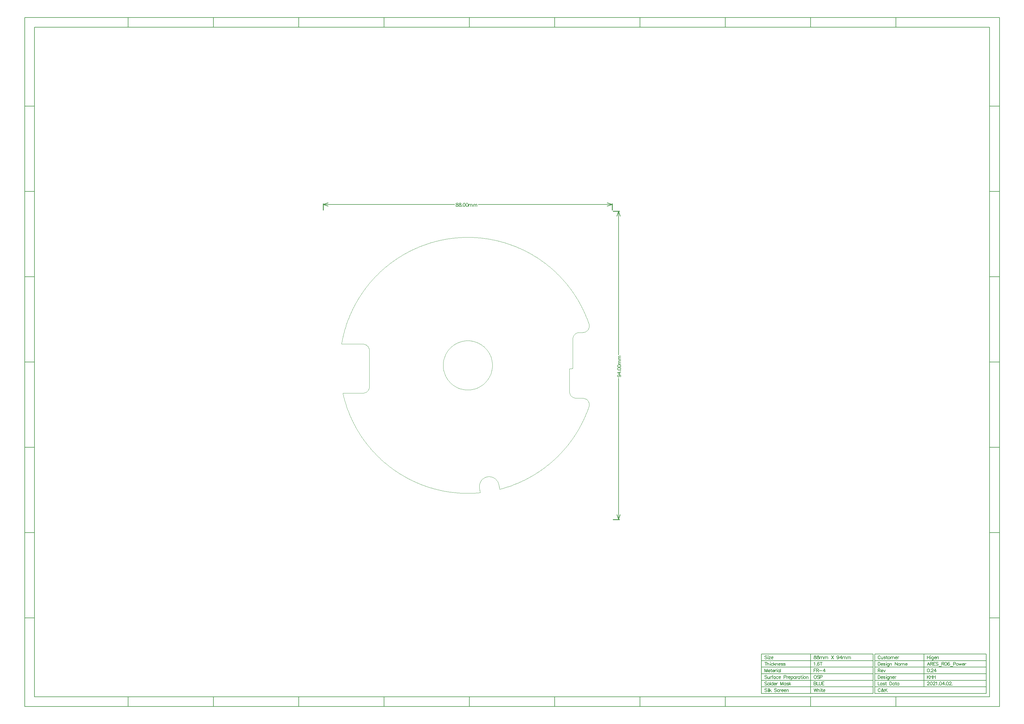
<source format=gm1>
G04 Layer_Color=16711935*
%FSLAX44Y44*%
%MOMM*%
G71*
G01*
G75*
%ADD53C,0.2540*%
%ADD54C,0.1270*%
%ADD55C,0.1500*%
%ADD135C,0.0100*%
D53*
X443040Y-470000D02*
X462540D01*
X443040Y470000D02*
X462540D01*
X440000Y473040D02*
Y492540D01*
X-440000Y473040D02*
Y492540D01*
D54*
X460000Y-470000D02*
Y-39545D01*
Y31925D02*
Y470000D01*
Y-470000D02*
X465080Y-454760D01*
X454920D02*
X460000Y-470000D01*
X454920Y454760D02*
X460000Y470000D01*
X465080Y454760D01*
X31925Y490000D02*
X440000D01*
X-440000D02*
X-39545D01*
X424760Y495080D02*
X440000Y490000D01*
X424760Y484920D02*
X440000Y490000D01*
X-440000D02*
X-424760Y484920D01*
X-440000Y490000D02*
X-424760Y495080D01*
X459577Y-29446D02*
X461028Y-29930D01*
X461996Y-30898D01*
X462479Y-32349D01*
Y-32832D01*
X461996Y-34283D01*
X461028Y-35251D01*
X459577Y-35735D01*
X459093D01*
X457642Y-35251D01*
X456675Y-34283D01*
X456191Y-32832D01*
Y-32349D01*
X456675Y-30898D01*
X457642Y-29930D01*
X459577Y-29446D01*
X461996D01*
X464414Y-29930D01*
X465865Y-30898D01*
X466349Y-32349D01*
Y-33316D01*
X465865Y-34767D01*
X464898Y-35251D01*
X456191Y-21852D02*
X462963Y-26689D01*
Y-19434D01*
X456191Y-21852D02*
X466349D01*
X465382Y-17160D02*
X465865Y-17644D01*
X466349Y-17160D01*
X465865Y-16677D01*
X465382Y-17160D01*
X456191Y-11549D02*
X456675Y-13000D01*
X458126Y-13968D01*
X460544Y-14452D01*
X461996D01*
X464414Y-13968D01*
X465865Y-13000D01*
X466349Y-11549D01*
Y-10582D01*
X465865Y-9131D01*
X464414Y-8163D01*
X461996Y-7680D01*
X460544D01*
X458126Y-8163D01*
X456675Y-9131D01*
X456191Y-10582D01*
Y-11549D01*
Y-2504D02*
X456675Y-3955D01*
X458126Y-4922D01*
X460544Y-5406D01*
X461996D01*
X464414Y-4922D01*
X465865Y-3955D01*
X466349Y-2504D01*
Y-1537D01*
X465865Y-86D01*
X464414Y882D01*
X461996Y1366D01*
X460544D01*
X458126Y882D01*
X456675Y-86D01*
X456191Y-1537D01*
Y-2504D01*
X459577Y3639D02*
X466349D01*
X461512D02*
X460061Y5090D01*
X459577Y6058D01*
Y7509D01*
X460061Y8476D01*
X461512Y8960D01*
X466349D01*
X461512D02*
X460061Y10411D01*
X459577Y11378D01*
Y12830D01*
X460061Y13797D01*
X461512Y14281D01*
X466349D01*
X459577Y17473D02*
X466349D01*
X461512D02*
X460061Y18924D01*
X459577Y19892D01*
Y21343D01*
X460061Y22310D01*
X461512Y22794D01*
X466349D01*
X461512D02*
X460061Y24245D01*
X459577Y25212D01*
Y26663D01*
X460061Y27631D01*
X461512Y28115D01*
X466349D01*
X-33316Y493809D02*
X-34767Y493325D01*
X-35251Y492358D01*
Y491390D01*
X-34767Y490423D01*
X-33800Y489939D01*
X-31865Y489456D01*
X-30414Y488972D01*
X-29446Y488004D01*
X-28963Y487037D01*
Y485586D01*
X-29446Y484618D01*
X-29930Y484135D01*
X-31381Y483651D01*
X-33316D01*
X-34767Y484135D01*
X-35251Y484618D01*
X-35735Y485586D01*
Y487037D01*
X-35251Y488004D01*
X-34283Y488972D01*
X-32832Y489456D01*
X-30898Y489939D01*
X-29930Y490423D01*
X-29446Y491390D01*
Y492358D01*
X-29930Y493325D01*
X-31381Y493809D01*
X-33316D01*
X-24271D02*
X-25722Y493325D01*
X-26206Y492358D01*
Y491390D01*
X-25722Y490423D01*
X-24755Y489939D01*
X-22820Y489456D01*
X-21369Y488972D01*
X-20401Y488004D01*
X-19917Y487037D01*
Y485586D01*
X-20401Y484618D01*
X-20885Y484135D01*
X-22336Y483651D01*
X-24271D01*
X-25722Y484135D01*
X-26206Y484618D01*
X-26689Y485586D01*
Y487037D01*
X-26206Y488004D01*
X-25238Y488972D01*
X-23787Y489456D01*
X-21852Y489939D01*
X-20885Y490423D01*
X-20401Y491390D01*
Y492358D01*
X-20885Y493325D01*
X-22336Y493809D01*
X-24271D01*
X-17160Y484618D02*
X-17644Y484135D01*
X-17160Y483651D01*
X-16677Y484135D01*
X-17160Y484618D01*
X-11549Y493809D02*
X-13000Y493325D01*
X-13968Y491874D01*
X-14452Y489456D01*
Y488004D01*
X-13968Y485586D01*
X-13000Y484135D01*
X-11549Y483651D01*
X-10582D01*
X-9131Y484135D01*
X-8163Y485586D01*
X-7680Y488004D01*
Y489456D01*
X-8163Y491874D01*
X-9131Y493325D01*
X-10582Y493809D01*
X-11549D01*
X-2504D02*
X-3955Y493325D01*
X-4922Y491874D01*
X-5406Y489456D01*
Y488004D01*
X-4922Y485586D01*
X-3955Y484135D01*
X-2504Y483651D01*
X-1537D01*
X-86Y484135D01*
X882Y485586D01*
X1366Y488004D01*
Y489456D01*
X882Y491874D01*
X-86Y493325D01*
X-1537Y493809D01*
X-2504D01*
X3639Y490423D02*
Y483651D01*
Y488488D02*
X5090Y489939D01*
X6058Y490423D01*
X7509D01*
X8476Y489939D01*
X8960Y488488D01*
Y483651D01*
Y488488D02*
X10411Y489939D01*
X11378Y490423D01*
X12830D01*
X13797Y489939D01*
X14281Y488488D01*
Y483651D01*
X17473Y490423D02*
Y483651D01*
Y488488D02*
X18924Y489939D01*
X19892Y490423D01*
X21343D01*
X22310Y489939D01*
X22794Y488488D01*
Y483651D01*
Y488488D02*
X24245Y489939D01*
X25212Y490423D01*
X26663D01*
X27631Y489939D01*
X28115Y488488D01*
Y483651D01*
D55*
X-1320000Y-1010000D02*
Y1030000D01*
X1590000D01*
Y-1010000D02*
Y1030000D01*
X-1320000Y-1010000D02*
X1590000D01*
X-1350000Y-1040000D02*
X1620000D01*
X-1350000Y1060000D02*
X1620000D01*
X-1350000Y-1040000D02*
Y1060000D01*
Y530000D02*
X-1320000D01*
X-1350000Y530000D02*
X-1320000D01*
X-1350000Y790000D02*
X-1320000D01*
X-1350000D02*
X-1320000D01*
X5000Y-1040000D02*
Y-1010000D01*
X5000Y-1040000D02*
Y-1010000D01*
X-775000Y1030000D02*
Y1060000D01*
X-515000Y1030000D02*
Y1060000D01*
X-775000Y1030000D02*
Y1060000D01*
X-1035000Y1030000D02*
Y1060000D01*
X-1035000Y1030000D02*
Y1060000D01*
X5000Y1030000D02*
Y1060000D01*
X5000Y1030000D02*
Y1060000D01*
X-255000Y1030000D02*
Y1060000D01*
Y1030000D02*
Y1060000D01*
X-515000Y1030000D02*
Y1060000D01*
X1620000Y-1040000D02*
Y1060000D01*
X1590000Y790000D02*
X1620000D01*
X1590000D02*
X1620000D01*
X1590000Y530000D02*
X1620000D01*
X1590000Y530000D02*
X1620000D01*
X1590000Y270000D02*
X1620000D01*
X1590000D02*
X1620000D01*
X1590000Y10000D02*
X1620000D01*
X1590000D02*
X1620000D01*
X1590000Y-250000D02*
X1620000D01*
X1590000D02*
X1620000D01*
X1590000Y-510000D02*
X1620000D01*
X1590000Y-510000D02*
X1620000D01*
X1590000Y-770000D02*
X1620000D01*
X1590000D02*
X1620000D01*
X265000Y-1040000D02*
Y-1010000D01*
Y-1040000D02*
Y-1010000D01*
X525000Y-1040000D02*
Y-1010000D01*
Y-1040000D02*
Y-1010000D01*
X785000Y-1040000D02*
Y-1010000D01*
Y-1040000D02*
Y-1010000D01*
X1045000Y-1040000D02*
Y-1010000D01*
X1045000Y-1040000D02*
Y-1010000D01*
X1305000Y-1040000D02*
Y-1010000D01*
Y-1040000D02*
Y-1010000D01*
Y1030000D02*
Y1060000D01*
Y1030000D02*
Y1060000D01*
X1045000Y1030000D02*
Y1060000D01*
X1045000Y1030000D02*
Y1060000D01*
X785000Y1030000D02*
Y1060000D01*
Y1030000D02*
Y1060000D01*
X525000Y1030000D02*
Y1060000D01*
Y1030000D02*
Y1060000D01*
X265000Y1030000D02*
Y1060000D01*
Y1030000D02*
Y1060000D01*
X1240000Y-900000D02*
X1580000D01*
X1240000Y-920000D02*
X1580000D01*
X1240000Y-940000D02*
X1580000D01*
X1240000Y-960000D02*
X1580000D01*
X1240000Y-980000D02*
X1580000D01*
X1240000Y-1000000D02*
X1580000D01*
X1390000Y-980000D02*
Y-880000D01*
X1580000Y-1000000D02*
Y-880000D01*
X1240000D02*
X1580000D01*
X1240000Y-1000000D02*
Y-880000D01*
X-1350000Y-770000D02*
X-1320000D01*
X-1350000D02*
X-1320000D01*
X-1350000Y-510000D02*
X-1320000D01*
X-1350000Y-510000D02*
X-1320000D01*
X-1350000Y-250000D02*
X-1320000D01*
X-1350000D02*
X-1320000D01*
X-1350000Y10000D02*
X-1320000D01*
X-1350000D02*
X-1320000D01*
X-1350000Y270000D02*
X-1320000D01*
X-1350000D02*
X-1320000D01*
X-515000Y-1040000D02*
Y-1010000D01*
X-255000Y-1040000D02*
Y-1010000D01*
Y-1040000D02*
Y-1010000D01*
X-1035000Y-1040000D02*
Y-1010000D01*
X-1035000Y-1040000D02*
Y-1010000D01*
X-775000Y-1040000D02*
Y-1010000D01*
X-515000Y-1040000D02*
Y-1010000D01*
X-775000Y-1040000D02*
Y-1010000D01*
X895000Y-900000D02*
X1235000D01*
X895000Y-920000D02*
X1235000D01*
X895000Y-940000D02*
X1235000D01*
X895000Y-960000D02*
X1235000D01*
X895000Y-980000D02*
X1235000D01*
X895000Y-1000000D02*
X1235000D01*
X1045000D02*
Y-880000D01*
X1235000Y-1000000D02*
Y-880000D01*
X895000D02*
X1235000D01*
X895000Y-1000000D02*
Y-880000D01*
X1257141Y-987383D02*
X1256665Y-986430D01*
X1255713Y-985478D01*
X1254761Y-985002D01*
X1252857D01*
X1251904Y-985478D01*
X1250952Y-986430D01*
X1250476Y-987383D01*
X1250000Y-988811D01*
Y-991191D01*
X1250476Y-992619D01*
X1250952Y-993572D01*
X1251904Y-994524D01*
X1252857Y-995000D01*
X1254761D01*
X1255713Y-994524D01*
X1256665Y-993572D01*
X1257141Y-992619D01*
X1268520Y-988811D02*
X1268044Y-989287D01*
X1268520Y-989763D01*
X1268996Y-989287D01*
Y-988811D01*
X1268520Y-988335D01*
X1268044D01*
X1267568Y-988811D01*
X1267092Y-989763D01*
X1266139Y-992143D01*
X1265187Y-993572D01*
X1264235Y-994524D01*
X1263283Y-995000D01*
X1261855D01*
X1260426Y-994524D01*
X1259950Y-993572D01*
Y-992143D01*
X1260426Y-991191D01*
X1263283Y-989287D01*
X1264235Y-988335D01*
X1264711Y-987383D01*
Y-986430D01*
X1264235Y-985478D01*
X1263283Y-985002D01*
X1262331Y-985478D01*
X1261855Y-986430D01*
Y-987383D01*
X1262331Y-988811D01*
X1263283Y-990239D01*
X1265663Y-993572D01*
X1266616Y-994524D01*
X1268044Y-995000D01*
X1268520D01*
X1268996Y-994524D01*
Y-994048D01*
X1261855Y-995000D02*
X1260902Y-994524D01*
X1260426Y-993572D01*
Y-992143D01*
X1260902Y-991191D01*
X1261855Y-990239D01*
Y-987383D02*
X1262331Y-988335D01*
X1266139Y-993572D01*
X1267092Y-994524D01*
X1268044Y-995000D01*
X1271472Y-985002D02*
Y-995000D01*
X1278137Y-985002D02*
X1271472Y-991667D01*
X1273852Y-989287D02*
X1278137Y-995000D01*
X1400476Y-967383D02*
Y-966907D01*
X1400952Y-965954D01*
X1401428Y-965478D01*
X1402380Y-965002D01*
X1404285D01*
X1405237Y-965478D01*
X1405713Y-965954D01*
X1406189Y-966907D01*
Y-967859D01*
X1405713Y-968811D01*
X1404761Y-970239D01*
X1400000Y-975000D01*
X1406665D01*
X1411759Y-965002D02*
X1410331Y-965478D01*
X1409379Y-966907D01*
X1408903Y-969287D01*
Y-970715D01*
X1409379Y-973096D01*
X1410331Y-974524D01*
X1411759Y-975000D01*
X1412712D01*
X1414140Y-974524D01*
X1415092Y-973096D01*
X1415568Y-970715D01*
Y-969287D01*
X1415092Y-966907D01*
X1414140Y-965478D01*
X1412712Y-965002D01*
X1411759D01*
X1418282Y-967383D02*
Y-966907D01*
X1418758Y-965954D01*
X1419234Y-965478D01*
X1420186Y-965002D01*
X1422090D01*
X1423043Y-965478D01*
X1423519Y-965954D01*
X1423995Y-966907D01*
Y-967859D01*
X1423519Y-968811D01*
X1422567Y-970239D01*
X1417806Y-975000D01*
X1424471D01*
X1426709Y-966907D02*
X1427661Y-966430D01*
X1429089Y-965002D01*
Y-975000D01*
X1434516Y-974048D02*
X1434040Y-974524D01*
X1434516Y-975000D01*
X1434993Y-974524D01*
X1434516Y-974048D01*
X1440039Y-965002D02*
X1438611Y-965478D01*
X1437659Y-966907D01*
X1437182Y-969287D01*
Y-970715D01*
X1437659Y-973096D01*
X1438611Y-974524D01*
X1440039Y-975000D01*
X1440991D01*
X1442419Y-974524D01*
X1443372Y-973096D01*
X1443848Y-970715D01*
Y-969287D01*
X1443372Y-966907D01*
X1442419Y-965478D01*
X1440991Y-965002D01*
X1440039D01*
X1450846D02*
X1446085Y-971667D01*
X1453227D01*
X1450846Y-965002D02*
Y-975000D01*
X1455464Y-974048D02*
X1454988Y-974524D01*
X1455464Y-975000D01*
X1455940Y-974524D01*
X1455464Y-974048D01*
X1460987Y-965002D02*
X1459559Y-965478D01*
X1458607Y-966907D01*
X1458130Y-969287D01*
Y-970715D01*
X1458607Y-973096D01*
X1459559Y-974524D01*
X1460987Y-975000D01*
X1461939D01*
X1463367Y-974524D01*
X1464319Y-973096D01*
X1464796Y-970715D01*
Y-969287D01*
X1464319Y-966907D01*
X1463367Y-965478D01*
X1461939Y-965002D01*
X1460987D01*
X1467509Y-967383D02*
Y-966907D01*
X1467985Y-965954D01*
X1468461Y-965478D01*
X1469414Y-965002D01*
X1471318D01*
X1472270Y-965478D01*
X1472746Y-965954D01*
X1473222Y-966907D01*
Y-967859D01*
X1472746Y-968811D01*
X1471794Y-970239D01*
X1467033Y-975000D01*
X1473698D01*
X1476412Y-974048D02*
X1475936Y-974524D01*
X1476412Y-975000D01*
X1476888Y-974524D01*
X1476412Y-974048D01*
X1400000Y-945002D02*
Y-955000D01*
X1406665Y-945002D02*
X1400000Y-951667D01*
X1402380Y-949287D02*
X1406665Y-955000D01*
X1408903Y-945002D02*
Y-955000D01*
X1415568Y-945002D02*
Y-955000D01*
X1408903Y-949763D02*
X1415568D01*
X1418329Y-945002D02*
Y-955000D01*
X1424995Y-945002D02*
Y-955000D01*
X1418329Y-949763D02*
X1424995D01*
X1402856Y-925002D02*
X1401428Y-925478D01*
X1400476Y-926907D01*
X1400000Y-929287D01*
Y-930715D01*
X1400476Y-933096D01*
X1401428Y-934524D01*
X1402856Y-935000D01*
X1403809D01*
X1405237Y-934524D01*
X1406189Y-933096D01*
X1406665Y-930715D01*
Y-929287D01*
X1406189Y-926907D01*
X1405237Y-925478D01*
X1403809Y-925002D01*
X1402856D01*
X1409379Y-934048D02*
X1408903Y-934524D01*
X1409379Y-935000D01*
X1409855Y-934524D01*
X1409379Y-934048D01*
X1412521Y-927383D02*
Y-926907D01*
X1412997Y-925954D01*
X1413473Y-925478D01*
X1414426Y-925002D01*
X1416330D01*
X1417282Y-925478D01*
X1417758Y-925954D01*
X1418234Y-926907D01*
Y-927859D01*
X1417758Y-928811D01*
X1416806Y-930239D01*
X1412045Y-935000D01*
X1418710D01*
X1425709Y-925002D02*
X1420948Y-931667D01*
X1428089D01*
X1425709Y-925002D02*
Y-935000D01*
X1407617Y-915000D02*
X1403809Y-905002D01*
X1400000Y-915000D01*
X1401428Y-911667D02*
X1406189D01*
X1409950Y-905002D02*
Y-915000D01*
Y-905002D02*
X1414235D01*
X1415663Y-905478D01*
X1416139Y-905954D01*
X1416615Y-906907D01*
Y-907859D01*
X1416139Y-908811D01*
X1415663Y-909287D01*
X1414235Y-909763D01*
X1409950D01*
X1413283D02*
X1416615Y-915000D01*
X1425042Y-905002D02*
X1418853D01*
Y-915000D01*
X1425042D01*
X1418853Y-909763D02*
X1422662D01*
X1433374Y-906430D02*
X1432422Y-905478D01*
X1430993Y-905002D01*
X1429089D01*
X1427661Y-905478D01*
X1426709Y-906430D01*
Y-907383D01*
X1427185Y-908335D01*
X1427661Y-908811D01*
X1428613Y-909287D01*
X1431470Y-910239D01*
X1432422Y-910715D01*
X1432898Y-911191D01*
X1433374Y-912143D01*
Y-913572D01*
X1432422Y-914524D01*
X1430993Y-915000D01*
X1429089D01*
X1427661Y-914524D01*
X1426709Y-913572D01*
X1435611Y-918333D02*
X1443229D01*
X1444514Y-905002D02*
Y-915000D01*
Y-905002D02*
X1448799D01*
X1450227Y-905478D01*
X1450703Y-905954D01*
X1451180Y-906907D01*
Y-907859D01*
X1450703Y-908811D01*
X1450227Y-909287D01*
X1448799Y-909763D01*
X1444514D01*
X1447847D02*
X1451180Y-915000D01*
X1456274Y-905002D02*
X1454845Y-905478D01*
X1453893Y-906907D01*
X1453417Y-909287D01*
Y-910715D01*
X1453893Y-913096D01*
X1454845Y-914524D01*
X1456274Y-915000D01*
X1457226D01*
X1458654Y-914524D01*
X1459606Y-913096D01*
X1460082Y-910715D01*
Y-909287D01*
X1459606Y-906907D01*
X1458654Y-905478D01*
X1457226Y-905002D01*
X1456274D01*
X1468033Y-906430D02*
X1467557Y-905478D01*
X1466129Y-905002D01*
X1465177D01*
X1463748Y-905478D01*
X1462796Y-906907D01*
X1462320Y-909287D01*
Y-911667D01*
X1462796Y-913572D01*
X1463748Y-914524D01*
X1465177Y-915000D01*
X1465653D01*
X1467081Y-914524D01*
X1468033Y-913572D01*
X1468509Y-912143D01*
Y-911667D01*
X1468033Y-910239D01*
X1467081Y-909287D01*
X1465653Y-908811D01*
X1465177D01*
X1463748Y-909287D01*
X1462796Y-910239D01*
X1462320Y-911667D01*
X1470699Y-918333D02*
X1478316D01*
X1479602Y-910239D02*
X1483887D01*
X1485315Y-909763D01*
X1485791Y-909287D01*
X1486267Y-908335D01*
Y-906907D01*
X1485791Y-905954D01*
X1485315Y-905478D01*
X1483887Y-905002D01*
X1479602D01*
Y-915000D01*
X1490885Y-908335D02*
X1489933Y-908811D01*
X1488981Y-909763D01*
X1488505Y-911191D01*
Y-912143D01*
X1488981Y-913572D01*
X1489933Y-914524D01*
X1490885Y-915000D01*
X1492314D01*
X1493266Y-914524D01*
X1494218Y-913572D01*
X1494694Y-912143D01*
Y-911191D01*
X1494218Y-909763D01*
X1493266Y-908811D01*
X1492314Y-908335D01*
X1490885D01*
X1496884D02*
X1498788Y-915000D01*
X1500693Y-908335D02*
X1498788Y-915000D01*
X1500693Y-908335D02*
X1502597Y-915000D01*
X1504501Y-908335D02*
X1502597Y-915000D01*
X1506834Y-911191D02*
X1512547D01*
Y-910239D01*
X1512071Y-909287D01*
X1511595Y-908811D01*
X1510643Y-908335D01*
X1509215D01*
X1508262Y-908811D01*
X1507310Y-909763D01*
X1506834Y-911191D01*
Y-912143D01*
X1507310Y-913572D01*
X1508262Y-914524D01*
X1509215Y-915000D01*
X1510643D01*
X1511595Y-914524D01*
X1512547Y-913572D01*
X1514690Y-908335D02*
Y-915000D01*
Y-911191D02*
X1515166Y-909763D01*
X1516118Y-908811D01*
X1517070Y-908335D01*
X1518498D01*
X1400000Y-885002D02*
Y-895000D01*
X1406665Y-885002D02*
Y-895000D01*
X1400000Y-889763D02*
X1406665D01*
X1410379Y-885002D02*
X1410855Y-885478D01*
X1411331Y-885002D01*
X1410855Y-884526D01*
X1410379Y-885002D01*
X1410855Y-888335D02*
Y-895000D01*
X1418806Y-888335D02*
Y-895952D01*
X1418329Y-897380D01*
X1417853Y-897857D01*
X1416901Y-898333D01*
X1415473D01*
X1414521Y-897857D01*
X1418806Y-889763D02*
X1417853Y-888811D01*
X1416901Y-888335D01*
X1415473D01*
X1414521Y-888811D01*
X1413569Y-889763D01*
X1413092Y-891191D01*
Y-892143D01*
X1413569Y-893572D01*
X1414521Y-894524D01*
X1415473Y-895000D01*
X1416901D01*
X1417853Y-894524D01*
X1418806Y-893572D01*
X1421472Y-891191D02*
X1427185D01*
Y-890239D01*
X1426709Y-889287D01*
X1426232Y-888811D01*
X1425280Y-888335D01*
X1423852D01*
X1422900Y-888811D01*
X1421948Y-889763D01*
X1421472Y-891191D01*
Y-892143D01*
X1421948Y-893572D01*
X1422900Y-894524D01*
X1423852Y-895000D01*
X1425280D01*
X1426232Y-894524D01*
X1427185Y-893572D01*
X1429327Y-888335D02*
Y-895000D01*
Y-890239D02*
X1430755Y-888811D01*
X1431707Y-888335D01*
X1433136D01*
X1434088Y-888811D01*
X1434564Y-890239D01*
Y-895000D01*
X1250000Y-965002D02*
Y-975000D01*
X1255713D01*
X1262521Y-968335D02*
Y-975000D01*
Y-969763D02*
X1261569Y-968811D01*
X1260617Y-968335D01*
X1259189D01*
X1258236Y-968811D01*
X1257284Y-969763D01*
X1256808Y-971191D01*
Y-972143D01*
X1257284Y-973572D01*
X1258236Y-974524D01*
X1259189Y-975000D01*
X1260617D01*
X1261569Y-974524D01*
X1262521Y-973572D01*
X1270424Y-969763D02*
X1269948Y-968811D01*
X1268520Y-968335D01*
X1267092D01*
X1265663Y-968811D01*
X1265187Y-969763D01*
X1265663Y-970715D01*
X1266616Y-971191D01*
X1268996Y-971667D01*
X1269948Y-972143D01*
X1270424Y-973096D01*
Y-973572D01*
X1269948Y-974524D01*
X1268520Y-975000D01*
X1267092D01*
X1265663Y-974524D01*
X1265187Y-973572D01*
X1273947Y-965002D02*
Y-973096D01*
X1274423Y-974524D01*
X1275376Y-975000D01*
X1276328D01*
X1272519Y-968335D02*
X1275852D01*
X1285611Y-965002D02*
Y-975000D01*
Y-965002D02*
X1288944D01*
X1290372Y-965478D01*
X1291324Y-966430D01*
X1291801Y-967383D01*
X1292277Y-968811D01*
Y-971191D01*
X1291801Y-972619D01*
X1291324Y-973572D01*
X1290372Y-974524D01*
X1288944Y-975000D01*
X1285611D01*
X1300227Y-968335D02*
Y-975000D01*
Y-969763D02*
X1299275Y-968811D01*
X1298323Y-968335D01*
X1296895D01*
X1295943Y-968811D01*
X1294990Y-969763D01*
X1294514Y-971191D01*
Y-972143D01*
X1294990Y-973572D01*
X1295943Y-974524D01*
X1296895Y-975000D01*
X1298323D01*
X1299275Y-974524D01*
X1300227Y-973572D01*
X1304322Y-965002D02*
Y-973096D01*
X1304798Y-974524D01*
X1305750Y-975000D01*
X1306702D01*
X1302893Y-968335D02*
X1306226D01*
X1313843D02*
Y-975000D01*
Y-969763D02*
X1312891Y-968811D01*
X1311939Y-968335D01*
X1310511D01*
X1309559Y-968811D01*
X1308607Y-969763D01*
X1308130Y-971191D01*
Y-972143D01*
X1308607Y-973572D01*
X1309559Y-974524D01*
X1310511Y-975000D01*
X1311939D01*
X1312891Y-974524D01*
X1313843Y-973572D01*
X1250000Y-945002D02*
Y-955000D01*
Y-945002D02*
X1253333D01*
X1254761Y-945478D01*
X1255713Y-946430D01*
X1256189Y-947383D01*
X1256665Y-948811D01*
Y-951191D01*
X1256189Y-952619D01*
X1255713Y-953572D01*
X1254761Y-954524D01*
X1253333Y-955000D01*
X1250000D01*
X1258903Y-951191D02*
X1264616D01*
Y-950239D01*
X1264140Y-949287D01*
X1263664Y-948811D01*
X1262711Y-948335D01*
X1261283D01*
X1260331Y-948811D01*
X1259379Y-949763D01*
X1258903Y-951191D01*
Y-952143D01*
X1259379Y-953572D01*
X1260331Y-954524D01*
X1261283Y-955000D01*
X1262711D01*
X1263664Y-954524D01*
X1264616Y-953572D01*
X1271995Y-949763D02*
X1271519Y-948811D01*
X1270091Y-948335D01*
X1268663D01*
X1267234Y-948811D01*
X1266758Y-949763D01*
X1267234Y-950715D01*
X1268187Y-951191D01*
X1270567Y-951667D01*
X1271519Y-952143D01*
X1271995Y-953096D01*
Y-953572D01*
X1271519Y-954524D01*
X1270091Y-955000D01*
X1268663D01*
X1267234Y-954524D01*
X1266758Y-953572D01*
X1275042Y-945002D02*
X1275518Y-945478D01*
X1275994Y-945002D01*
X1275518Y-944526D01*
X1275042Y-945002D01*
X1275518Y-948335D02*
Y-955000D01*
X1283469Y-948335D02*
Y-955952D01*
X1282993Y-957380D01*
X1282517Y-957857D01*
X1281565Y-958333D01*
X1280136D01*
X1279184Y-957857D01*
X1283469Y-949763D02*
X1282517Y-948811D01*
X1281565Y-948335D01*
X1280136D01*
X1279184Y-948811D01*
X1278232Y-949763D01*
X1277756Y-951191D01*
Y-952143D01*
X1278232Y-953572D01*
X1279184Y-954524D01*
X1280136Y-955000D01*
X1281565D01*
X1282517Y-954524D01*
X1283469Y-953572D01*
X1286135Y-948335D02*
Y-955000D01*
Y-950239D02*
X1287563Y-948811D01*
X1288515Y-948335D01*
X1289944D01*
X1290896Y-948811D01*
X1291372Y-950239D01*
Y-955000D01*
X1293991Y-951191D02*
X1299704D01*
Y-950239D01*
X1299227Y-949287D01*
X1298752Y-948811D01*
X1297799Y-948335D01*
X1296371D01*
X1295419Y-948811D01*
X1294467Y-949763D01*
X1293991Y-951191D01*
Y-952143D01*
X1294467Y-953572D01*
X1295419Y-954524D01*
X1296371Y-955000D01*
X1297799D01*
X1298752Y-954524D01*
X1299704Y-953572D01*
X1301846Y-948335D02*
Y-955000D01*
Y-951191D02*
X1302322Y-949763D01*
X1303274Y-948811D01*
X1304226Y-948335D01*
X1305655D01*
X1250000Y-925002D02*
Y-935000D01*
Y-925002D02*
X1254285D01*
X1255713Y-925478D01*
X1256189Y-925954D01*
X1256665Y-926907D01*
Y-927859D01*
X1256189Y-928811D01*
X1255713Y-929287D01*
X1254285Y-929763D01*
X1250000D01*
X1253333D02*
X1256665Y-935000D01*
X1258903Y-931191D02*
X1264616D01*
Y-930239D01*
X1264140Y-929287D01*
X1263664Y-928811D01*
X1262711Y-928335D01*
X1261283D01*
X1260331Y-928811D01*
X1259379Y-929763D01*
X1258903Y-931191D01*
Y-932143D01*
X1259379Y-933572D01*
X1260331Y-934524D01*
X1261283Y-935000D01*
X1262711D01*
X1263664Y-934524D01*
X1264616Y-933572D01*
X1266758Y-928335D02*
X1269615Y-935000D01*
X1272471Y-928335D02*
X1269615Y-935000D01*
X1250000Y-905002D02*
Y-915000D01*
Y-905002D02*
X1253333D01*
X1254761Y-905478D01*
X1255713Y-906430D01*
X1256189Y-907383D01*
X1256665Y-908811D01*
Y-911191D01*
X1256189Y-912619D01*
X1255713Y-913572D01*
X1254761Y-914524D01*
X1253333Y-915000D01*
X1250000D01*
X1258903Y-911191D02*
X1264616D01*
Y-910239D01*
X1264140Y-909287D01*
X1263664Y-908811D01*
X1262711Y-908335D01*
X1261283D01*
X1260331Y-908811D01*
X1259379Y-909763D01*
X1258903Y-911191D01*
Y-912143D01*
X1259379Y-913572D01*
X1260331Y-914524D01*
X1261283Y-915000D01*
X1262711D01*
X1263664Y-914524D01*
X1264616Y-913572D01*
X1271995Y-909763D02*
X1271519Y-908811D01*
X1270091Y-908335D01*
X1268663D01*
X1267234Y-908811D01*
X1266758Y-909763D01*
X1267234Y-910715D01*
X1268187Y-911191D01*
X1270567Y-911667D01*
X1271519Y-912143D01*
X1271995Y-913096D01*
Y-913572D01*
X1271519Y-914524D01*
X1270091Y-915000D01*
X1268663D01*
X1267234Y-914524D01*
X1266758Y-913572D01*
X1275042Y-905002D02*
X1275518Y-905478D01*
X1275994Y-905002D01*
X1275518Y-904526D01*
X1275042Y-905002D01*
X1275518Y-908335D02*
Y-915000D01*
X1283469Y-908335D02*
Y-915952D01*
X1282993Y-917380D01*
X1282517Y-917857D01*
X1281565Y-918333D01*
X1280136D01*
X1279184Y-917857D01*
X1283469Y-909763D02*
X1282517Y-908811D01*
X1281565Y-908335D01*
X1280136D01*
X1279184Y-908811D01*
X1278232Y-909763D01*
X1277756Y-911191D01*
Y-912143D01*
X1278232Y-913572D01*
X1279184Y-914524D01*
X1280136Y-915000D01*
X1281565D01*
X1282517Y-914524D01*
X1283469Y-913572D01*
X1286135Y-908335D02*
Y-915000D01*
Y-910239D02*
X1287563Y-908811D01*
X1288515Y-908335D01*
X1289944D01*
X1290896Y-908811D01*
X1291372Y-910239D01*
Y-915000D01*
X1301846Y-905002D02*
Y-915000D01*
Y-905002D02*
X1308511Y-915000D01*
Y-905002D02*
Y-915000D01*
X1316986Y-908335D02*
Y-915000D01*
Y-909763D02*
X1316033Y-908811D01*
X1315081Y-908335D01*
X1313653D01*
X1312701Y-908811D01*
X1311749Y-909763D01*
X1311273Y-911191D01*
Y-912143D01*
X1311749Y-913572D01*
X1312701Y-914524D01*
X1313653Y-915000D01*
X1315081D01*
X1316033Y-914524D01*
X1316986Y-913572D01*
X1319652Y-908335D02*
Y-915000D01*
Y-910239D02*
X1321080Y-908811D01*
X1322032Y-908335D01*
X1323460D01*
X1324413Y-908811D01*
X1324889Y-910239D01*
Y-915000D01*
Y-910239D02*
X1326317Y-908811D01*
X1327269Y-908335D01*
X1328697D01*
X1329650Y-908811D01*
X1330126Y-910239D01*
Y-915000D01*
X1333268Y-911191D02*
X1338981D01*
Y-910239D01*
X1338505Y-909287D01*
X1338029Y-908811D01*
X1337077Y-908335D01*
X1335648D01*
X1334696Y-908811D01*
X1333744Y-909763D01*
X1333268Y-911191D01*
Y-912143D01*
X1333744Y-913572D01*
X1334696Y-914524D01*
X1335648Y-915000D01*
X1337077D01*
X1338029Y-914524D01*
X1338981Y-913572D01*
X1257141Y-887383D02*
X1256665Y-886430D01*
X1255713Y-885478D01*
X1254761Y-885002D01*
X1252857D01*
X1251904Y-885478D01*
X1250952Y-886430D01*
X1250476Y-887383D01*
X1250000Y-888811D01*
Y-891191D01*
X1250476Y-892620D01*
X1250952Y-893572D01*
X1251904Y-894524D01*
X1252857Y-895000D01*
X1254761D01*
X1255713Y-894524D01*
X1256665Y-893572D01*
X1257141Y-892620D01*
X1259950Y-888335D02*
Y-893096D01*
X1260426Y-894524D01*
X1261378Y-895000D01*
X1262807D01*
X1263759Y-894524D01*
X1265187Y-893096D01*
Y-888335D02*
Y-895000D01*
X1273043Y-889763D02*
X1272567Y-888811D01*
X1271138Y-888335D01*
X1269710D01*
X1268282Y-888811D01*
X1267806Y-889763D01*
X1268282Y-890715D01*
X1269234Y-891191D01*
X1271614Y-891667D01*
X1272567Y-892143D01*
X1273043Y-893096D01*
Y-893572D01*
X1272567Y-894524D01*
X1271138Y-895000D01*
X1269710D01*
X1268282Y-894524D01*
X1267806Y-893572D01*
X1276566Y-885002D02*
Y-893096D01*
X1277042Y-894524D01*
X1277994Y-895000D01*
X1278946D01*
X1275137Y-888335D02*
X1278470D01*
X1282755D02*
X1281803Y-888811D01*
X1280851Y-889763D01*
X1280374Y-891191D01*
Y-892143D01*
X1280851Y-893572D01*
X1281803Y-894524D01*
X1282755Y-895000D01*
X1284183D01*
X1285135Y-894524D01*
X1286087Y-893572D01*
X1286564Y-892143D01*
Y-891191D01*
X1286087Y-889763D01*
X1285135Y-888811D01*
X1284183Y-888335D01*
X1282755D01*
X1288754D02*
Y-895000D01*
Y-890239D02*
X1290182Y-888811D01*
X1291134Y-888335D01*
X1292562D01*
X1293515Y-888811D01*
X1293991Y-890239D01*
Y-895000D01*
Y-890239D02*
X1295419Y-888811D01*
X1296371Y-888335D01*
X1297799D01*
X1298752Y-888811D01*
X1299227Y-890239D01*
Y-895000D01*
X1302370Y-891191D02*
X1308083D01*
Y-890239D01*
X1307607Y-889287D01*
X1307131Y-888811D01*
X1306178Y-888335D01*
X1304750D01*
X1303798Y-888811D01*
X1302846Y-889763D01*
X1302370Y-891191D01*
Y-892143D01*
X1302846Y-893572D01*
X1303798Y-894524D01*
X1304750Y-895000D01*
X1306178D01*
X1307131Y-894524D01*
X1308083Y-893572D01*
X1310225Y-888335D02*
Y-895000D01*
Y-891191D02*
X1310701Y-889763D01*
X1311653Y-888811D01*
X1312606Y-888335D01*
X1314034D01*
X1055000Y-985002D02*
X1057380Y-995000D01*
X1059761Y-985002D02*
X1057380Y-995000D01*
X1059761Y-985002D02*
X1062141Y-995000D01*
X1064522Y-985002D02*
X1062141Y-995000D01*
X1066521Y-985002D02*
Y-995000D01*
Y-990239D02*
X1067950Y-988811D01*
X1068902Y-988335D01*
X1070330D01*
X1071282Y-988811D01*
X1071758Y-990239D01*
Y-995000D01*
X1075329Y-985002D02*
X1075805Y-985478D01*
X1076281Y-985002D01*
X1075805Y-984526D01*
X1075329Y-985002D01*
X1075805Y-988335D02*
Y-995000D01*
X1079471Y-985002D02*
Y-993096D01*
X1079947Y-994524D01*
X1080899Y-995000D01*
X1081851D01*
X1078043Y-988335D02*
X1081375D01*
X1083280Y-991191D02*
X1088993D01*
Y-990239D01*
X1088517Y-989287D01*
X1088040Y-988811D01*
X1087088Y-988335D01*
X1085660D01*
X1084708Y-988811D01*
X1083756Y-989763D01*
X1083280Y-991191D01*
Y-992143D01*
X1083756Y-993572D01*
X1084708Y-994524D01*
X1085660Y-995000D01*
X1087088D01*
X1088040Y-994524D01*
X1088993Y-993572D01*
X1055000Y-965002D02*
Y-975000D01*
Y-965002D02*
X1059285D01*
X1060713Y-965478D01*
X1061189Y-965954D01*
X1061665Y-966907D01*
Y-967859D01*
X1061189Y-968811D01*
X1060713Y-969287D01*
X1059285Y-969763D01*
X1055000D02*
X1059285D01*
X1060713Y-970239D01*
X1061189Y-970715D01*
X1061665Y-971667D01*
Y-973096D01*
X1061189Y-974048D01*
X1060713Y-974524D01*
X1059285Y-975000D01*
X1055000D01*
X1063903Y-965002D02*
Y-975000D01*
X1069616D01*
X1070711Y-965002D02*
Y-972143D01*
X1071187Y-973572D01*
X1072139Y-974524D01*
X1073567Y-975000D01*
X1074520D01*
X1075948Y-974524D01*
X1076900Y-973572D01*
X1077376Y-972143D01*
Y-965002D01*
X1086327D02*
X1080137D01*
Y-975000D01*
X1086327D01*
X1080137Y-969763D02*
X1083946D01*
X1057857Y-945002D02*
X1056904Y-945478D01*
X1055952Y-946430D01*
X1055476Y-947383D01*
X1055000Y-948811D01*
Y-951191D01*
X1055476Y-952620D01*
X1055952Y-953572D01*
X1056904Y-954524D01*
X1057857Y-955000D01*
X1059761D01*
X1060713Y-954524D01*
X1061665Y-953572D01*
X1062141Y-952620D01*
X1062617Y-951191D01*
Y-948811D01*
X1062141Y-947383D01*
X1061665Y-946430D01*
X1060713Y-945478D01*
X1059761Y-945002D01*
X1057857D01*
X1071616Y-946430D02*
X1070663Y-945478D01*
X1069235Y-945002D01*
X1067331D01*
X1065902Y-945478D01*
X1064950Y-946430D01*
Y-947383D01*
X1065426Y-948335D01*
X1065902Y-948811D01*
X1066855Y-949287D01*
X1069711Y-950239D01*
X1070663Y-950715D01*
X1071139Y-951191D01*
X1071616Y-952143D01*
Y-953572D01*
X1070663Y-954524D01*
X1069235Y-955000D01*
X1067331D01*
X1065902Y-954524D01*
X1064950Y-953572D01*
X1073853Y-950239D02*
X1078138D01*
X1079566Y-949763D01*
X1080042Y-949287D01*
X1080518Y-948335D01*
Y-946907D01*
X1080042Y-945954D01*
X1079566Y-945478D01*
X1078138Y-945002D01*
X1073853D01*
Y-955000D01*
X1055000Y-925002D02*
Y-935000D01*
Y-925002D02*
X1061189D01*
X1055000Y-929763D02*
X1058809D01*
X1062332Y-925002D02*
Y-935000D01*
Y-925002D02*
X1066617D01*
X1068045Y-925478D01*
X1068521Y-925954D01*
X1068997Y-926907D01*
Y-927859D01*
X1068521Y-928811D01*
X1068045Y-929287D01*
X1066617Y-929763D01*
X1062332D01*
X1065664D02*
X1068997Y-935000D01*
X1071235Y-930715D02*
X1079804D01*
X1087517Y-925002D02*
X1082756Y-931667D01*
X1089897D01*
X1087517Y-925002D02*
Y-935000D01*
X1055000Y-906907D02*
X1055952Y-906430D01*
X1057380Y-905002D01*
Y-915000D01*
X1062808Y-914048D02*
X1062332Y-914524D01*
X1062808Y-915000D01*
X1063284Y-914524D01*
X1062808Y-914048D01*
X1071187Y-906430D02*
X1070711Y-905478D01*
X1069283Y-905002D01*
X1068331D01*
X1066902Y-905478D01*
X1065950Y-906907D01*
X1065474Y-909287D01*
Y-911667D01*
X1065950Y-913572D01*
X1066902Y-914524D01*
X1068331Y-915000D01*
X1068807D01*
X1070235Y-914524D01*
X1071187Y-913572D01*
X1071663Y-912143D01*
Y-911667D01*
X1071187Y-910239D01*
X1070235Y-909287D01*
X1068807Y-908811D01*
X1068331D01*
X1066902Y-909287D01*
X1065950Y-910239D01*
X1065474Y-911667D01*
X1077186Y-905002D02*
Y-915000D01*
X1073853Y-905002D02*
X1080518D01*
X1057380Y-885002D02*
X1055952Y-885478D01*
X1055476Y-886430D01*
Y-887383D01*
X1055952Y-888335D01*
X1056904Y-888811D01*
X1058809Y-889287D01*
X1060237Y-889763D01*
X1061189Y-890715D01*
X1061665Y-891667D01*
Y-893096D01*
X1061189Y-894048D01*
X1060713Y-894524D01*
X1059285Y-895000D01*
X1057380D01*
X1055952Y-894524D01*
X1055476Y-894048D01*
X1055000Y-893096D01*
Y-891667D01*
X1055476Y-890715D01*
X1056428Y-889763D01*
X1057857Y-889287D01*
X1059761Y-888811D01*
X1060713Y-888335D01*
X1061189Y-887383D01*
Y-886430D01*
X1060713Y-885478D01*
X1059285Y-885002D01*
X1057380D01*
X1066283D02*
X1064855Y-885478D01*
X1064379Y-886430D01*
Y-887383D01*
X1064855Y-888335D01*
X1065807Y-888811D01*
X1067712Y-889287D01*
X1069140Y-889763D01*
X1070092Y-890715D01*
X1070568Y-891667D01*
Y-893096D01*
X1070092Y-894048D01*
X1069616Y-894524D01*
X1068188Y-895000D01*
X1066283D01*
X1064855Y-894524D01*
X1064379Y-894048D01*
X1063903Y-893096D01*
Y-891667D01*
X1064379Y-890715D01*
X1065331Y-889763D01*
X1066759Y-889287D01*
X1068664Y-888811D01*
X1069616Y-888335D01*
X1070092Y-887383D01*
Y-886430D01*
X1069616Y-885478D01*
X1068188Y-885002D01*
X1066283D01*
X1072806Y-888335D02*
Y-895000D01*
Y-890239D02*
X1074234Y-888811D01*
X1075186Y-888335D01*
X1076614D01*
X1077567Y-888811D01*
X1078043Y-890239D01*
Y-895000D01*
Y-890239D02*
X1079471Y-888811D01*
X1080423Y-888335D01*
X1081851D01*
X1082804Y-888811D01*
X1083280Y-890239D01*
Y-895000D01*
X1086422Y-888335D02*
Y-895000D01*
Y-890239D02*
X1087850Y-888811D01*
X1088802Y-888335D01*
X1090230D01*
X1091183Y-888811D01*
X1091659Y-890239D01*
Y-895000D01*
Y-890239D02*
X1093087Y-888811D01*
X1094039Y-888335D01*
X1095468D01*
X1096420Y-888811D01*
X1096896Y-890239D01*
Y-895000D01*
X1107893Y-885002D02*
X1114559Y-895000D01*
Y-885002D02*
X1107893Y-895000D01*
X1130841Y-888335D02*
X1130365Y-889763D01*
X1129413Y-890715D01*
X1127984Y-891191D01*
X1127508D01*
X1126080Y-890715D01*
X1125128Y-889763D01*
X1124652Y-888335D01*
Y-887859D01*
X1125128Y-886430D01*
X1126080Y-885478D01*
X1127508Y-885002D01*
X1127984D01*
X1129413Y-885478D01*
X1130365Y-886430D01*
X1130841Y-888335D01*
Y-890715D01*
X1130365Y-893096D01*
X1129413Y-894524D01*
X1127984Y-895000D01*
X1127032D01*
X1125604Y-894524D01*
X1125128Y-893572D01*
X1138316Y-885002D02*
X1133555Y-891667D01*
X1140696D01*
X1138316Y-885002D02*
Y-895000D01*
X1142457Y-888335D02*
Y-895000D01*
Y-890239D02*
X1143886Y-888811D01*
X1144838Y-888335D01*
X1146266D01*
X1147218Y-888811D01*
X1147694Y-890239D01*
Y-895000D01*
Y-890239D02*
X1149123Y-888811D01*
X1150075Y-888335D01*
X1151503D01*
X1152455Y-888811D01*
X1152931Y-890239D01*
Y-895000D01*
X1156074Y-888335D02*
Y-895000D01*
Y-890239D02*
X1157502Y-888811D01*
X1158454Y-888335D01*
X1159882D01*
X1160835Y-888811D01*
X1161311Y-890239D01*
Y-895000D01*
Y-890239D02*
X1162739Y-888811D01*
X1163691Y-888335D01*
X1165119D01*
X1166071Y-888811D01*
X1166547Y-890239D01*
Y-895000D01*
X911665Y-986430D02*
X910713Y-985478D01*
X909285Y-985002D01*
X907380D01*
X905952Y-985478D01*
X905000Y-986430D01*
Y-987383D01*
X905476Y-988335D01*
X905952Y-988811D01*
X906904Y-989287D01*
X909761Y-990239D01*
X910713Y-990715D01*
X911189Y-991191D01*
X911665Y-992143D01*
Y-993572D01*
X910713Y-994524D01*
X909285Y-995000D01*
X907380D01*
X905952Y-994524D01*
X905000Y-993572D01*
X914855Y-985002D02*
X915331Y-985478D01*
X915807Y-985002D01*
X915331Y-984526D01*
X914855Y-985002D01*
X915331Y-988335D02*
Y-995000D01*
X917569Y-985002D02*
Y-995000D01*
X919663Y-985002D02*
Y-995000D01*
X924424Y-988335D02*
X919663Y-993096D01*
X921568Y-991191D02*
X924901Y-995000D01*
X940992Y-986430D02*
X940040Y-985478D01*
X938612Y-985002D01*
X936708D01*
X935279Y-985478D01*
X934327Y-986430D01*
Y-987383D01*
X934803Y-988335D01*
X935279Y-988811D01*
X936231Y-989287D01*
X939088Y-990239D01*
X940040Y-990715D01*
X940516Y-991191D01*
X940992Y-992143D01*
Y-993572D01*
X940040Y-994524D01*
X938612Y-995000D01*
X936708D01*
X935279Y-994524D01*
X934327Y-993572D01*
X948943Y-989763D02*
X947991Y-988811D01*
X947039Y-988335D01*
X945610D01*
X944658Y-988811D01*
X943706Y-989763D01*
X943230Y-991191D01*
Y-992143D01*
X943706Y-993572D01*
X944658Y-994524D01*
X945610Y-995000D01*
X947039D01*
X947991Y-994524D01*
X948943Y-993572D01*
X951085Y-988335D02*
Y-995000D01*
Y-991191D02*
X951561Y-989763D01*
X952514Y-988811D01*
X953466Y-988335D01*
X954894D01*
X955799Y-991191D02*
X961512D01*
Y-990239D01*
X961036Y-989287D01*
X960559Y-988811D01*
X959607Y-988335D01*
X958179D01*
X957227Y-988811D01*
X956275Y-989763D01*
X955799Y-991191D01*
Y-992143D01*
X956275Y-993572D01*
X957227Y-994524D01*
X958179Y-995000D01*
X959607D01*
X960559Y-994524D01*
X961512Y-993572D01*
X963654Y-991191D02*
X969367D01*
Y-990239D01*
X968891Y-989287D01*
X968415Y-988811D01*
X967463Y-988335D01*
X966034D01*
X965082Y-988811D01*
X964130Y-989763D01*
X963654Y-991191D01*
Y-992143D01*
X964130Y-993572D01*
X965082Y-994524D01*
X966034Y-995000D01*
X967463D01*
X968415Y-994524D01*
X969367Y-993572D01*
X971509Y-988335D02*
Y-995000D01*
Y-990239D02*
X972938Y-988811D01*
X973890Y-988335D01*
X975318D01*
X976270Y-988811D01*
X976747Y-990239D01*
Y-995000D01*
X911665Y-966430D02*
X910713Y-965478D01*
X909285Y-965002D01*
X907380D01*
X905952Y-965478D01*
X905000Y-966430D01*
Y-967383D01*
X905476Y-968335D01*
X905952Y-968811D01*
X906904Y-969287D01*
X909761Y-970239D01*
X910713Y-970715D01*
X911189Y-971191D01*
X911665Y-972143D01*
Y-973572D01*
X910713Y-974524D01*
X909285Y-975000D01*
X907380D01*
X905952Y-974524D01*
X905000Y-973572D01*
X916283Y-968335D02*
X915331Y-968811D01*
X914379Y-969763D01*
X913903Y-971191D01*
Y-972143D01*
X914379Y-973572D01*
X915331Y-974524D01*
X916283Y-975000D01*
X917712D01*
X918664Y-974524D01*
X919616Y-973572D01*
X920092Y-972143D01*
Y-971191D01*
X919616Y-969763D01*
X918664Y-968811D01*
X917712Y-968335D01*
X916283D01*
X922282Y-965002D02*
Y-975000D01*
X930090Y-965002D02*
Y-975000D01*
Y-969763D02*
X929138Y-968811D01*
X928186Y-968335D01*
X926757D01*
X925805Y-968811D01*
X924853Y-969763D01*
X924377Y-971191D01*
Y-972143D01*
X924853Y-973572D01*
X925805Y-974524D01*
X926757Y-975000D01*
X928186D01*
X929138Y-974524D01*
X930090Y-973572D01*
X932756Y-971191D02*
X938469D01*
Y-970239D01*
X937993Y-969287D01*
X937517Y-968811D01*
X936565Y-968335D01*
X935136D01*
X934184Y-968811D01*
X933232Y-969763D01*
X932756Y-971191D01*
Y-972143D01*
X933232Y-973572D01*
X934184Y-974524D01*
X935136Y-975000D01*
X936565D01*
X937517Y-974524D01*
X938469Y-973572D01*
X940611Y-968335D02*
Y-975000D01*
Y-971191D02*
X941087Y-969763D01*
X942040Y-968811D01*
X942992Y-968335D01*
X944420D01*
X953180Y-965002D02*
Y-975000D01*
Y-965002D02*
X956989Y-975000D01*
X960798Y-965002D02*
X956989Y-975000D01*
X960798Y-965002D02*
Y-975000D01*
X969367Y-968335D02*
Y-975000D01*
Y-969763D02*
X968415Y-968811D01*
X967463Y-968335D01*
X966034D01*
X965082Y-968811D01*
X964130Y-969763D01*
X963654Y-971191D01*
Y-972143D01*
X964130Y-973572D01*
X965082Y-974524D01*
X966034Y-975000D01*
X967463D01*
X968415Y-974524D01*
X969367Y-973572D01*
X977270Y-969763D02*
X976794Y-968811D01*
X975366Y-968335D01*
X973938D01*
X972509Y-968811D01*
X972033Y-969763D01*
X972509Y-970715D01*
X973462Y-971191D01*
X975842Y-971667D01*
X976794Y-972143D01*
X977270Y-973096D01*
Y-973572D01*
X976794Y-974524D01*
X975366Y-975000D01*
X973938D01*
X972509Y-974524D01*
X972033Y-973572D01*
X979365Y-965002D02*
Y-975000D01*
X984126Y-968335D02*
X979365Y-973096D01*
X981269Y-971191D02*
X984602Y-975000D01*
X911665Y-946430D02*
X910713Y-945478D01*
X909285Y-945002D01*
X907380D01*
X905952Y-945478D01*
X905000Y-946430D01*
Y-947383D01*
X905476Y-948335D01*
X905952Y-948811D01*
X906904Y-949287D01*
X909761Y-950239D01*
X910713Y-950715D01*
X911189Y-951191D01*
X911665Y-952143D01*
Y-953572D01*
X910713Y-954524D01*
X909285Y-955000D01*
X907380D01*
X905952Y-954524D01*
X905000Y-953572D01*
X913903Y-948335D02*
Y-953096D01*
X914379Y-954524D01*
X915331Y-955000D01*
X916759D01*
X917712Y-954524D01*
X919140Y-953096D01*
Y-948335D02*
Y-955000D01*
X921758Y-948335D02*
Y-955000D01*
Y-951191D02*
X922234Y-949763D01*
X923187Y-948811D01*
X924139Y-948335D01*
X925567D01*
X930280Y-945002D02*
X929328D01*
X928376Y-945478D01*
X927900Y-946907D01*
Y-955000D01*
X926472Y-948335D02*
X929804D01*
X937422D02*
Y-955000D01*
Y-949763D02*
X936469Y-948811D01*
X935517Y-948335D01*
X934089D01*
X933137Y-948811D01*
X932185Y-949763D01*
X931709Y-951191D01*
Y-952143D01*
X932185Y-953572D01*
X933137Y-954524D01*
X934089Y-955000D01*
X935517D01*
X936469Y-954524D01*
X937422Y-953572D01*
X945801Y-949763D02*
X944849Y-948811D01*
X943896Y-948335D01*
X942468D01*
X941516Y-948811D01*
X940564Y-949763D01*
X940088Y-951191D01*
Y-952143D01*
X940564Y-953572D01*
X941516Y-954524D01*
X942468Y-955000D01*
X943896D01*
X944849Y-954524D01*
X945801Y-953572D01*
X947943Y-951191D02*
X953656D01*
Y-950239D01*
X953180Y-949287D01*
X952704Y-948811D01*
X951752Y-948335D01*
X950324D01*
X949371Y-948811D01*
X948419Y-949763D01*
X947943Y-951191D01*
Y-952143D01*
X948419Y-953572D01*
X949371Y-954524D01*
X950324Y-955000D01*
X951752D01*
X952704Y-954524D01*
X953656Y-953572D01*
X963654Y-950239D02*
X967939D01*
X969367Y-949763D01*
X969843Y-949287D01*
X970319Y-948335D01*
Y-946907D01*
X969843Y-945954D01*
X969367Y-945478D01*
X967939Y-945002D01*
X963654D01*
Y-955000D01*
X972557Y-948335D02*
Y-955000D01*
Y-951191D02*
X973033Y-949763D01*
X973985Y-948811D01*
X974937Y-948335D01*
X976366D01*
X977270Y-951191D02*
X982983D01*
Y-950239D01*
X982507Y-949287D01*
X982031Y-948811D01*
X981079Y-948335D01*
X979651D01*
X978699Y-948811D01*
X977746Y-949763D01*
X977270Y-951191D01*
Y-952143D01*
X977746Y-953572D01*
X978699Y-954524D01*
X979651Y-955000D01*
X981079D01*
X982031Y-954524D01*
X982983Y-953572D01*
X985126Y-948335D02*
Y-958333D01*
Y-949763D02*
X986078Y-948811D01*
X987030Y-948335D01*
X988458D01*
X989410Y-948811D01*
X990363Y-949763D01*
X990839Y-951191D01*
Y-952143D01*
X990363Y-953572D01*
X989410Y-954524D01*
X988458Y-955000D01*
X987030D01*
X986078Y-954524D01*
X985126Y-953572D01*
X998694Y-948335D02*
Y-955000D01*
Y-949763D02*
X997742Y-948811D01*
X996790Y-948335D01*
X995362D01*
X994409Y-948811D01*
X993457Y-949763D01*
X992981Y-951191D01*
Y-952143D01*
X993457Y-953572D01*
X994409Y-954524D01*
X995362Y-955000D01*
X996790D01*
X997742Y-954524D01*
X998694Y-953572D01*
X1001360Y-948335D02*
Y-955000D01*
Y-951191D02*
X1001836Y-949763D01*
X1002788Y-948811D01*
X1003741Y-948335D01*
X1005169D01*
X1011787D02*
Y-955000D01*
Y-949763D02*
X1010835Y-948811D01*
X1009882Y-948335D01*
X1008454D01*
X1007502Y-948811D01*
X1006550Y-949763D01*
X1006074Y-951191D01*
Y-952143D01*
X1006550Y-953572D01*
X1007502Y-954524D01*
X1008454Y-955000D01*
X1009882D01*
X1010835Y-954524D01*
X1011787Y-953572D01*
X1015881Y-945002D02*
Y-953096D01*
X1016357Y-954524D01*
X1017309Y-955000D01*
X1018261D01*
X1014453Y-948335D02*
X1017785D01*
X1020642Y-945002D02*
X1021118Y-945478D01*
X1021594Y-945002D01*
X1021118Y-944526D01*
X1020642Y-945002D01*
X1021118Y-948335D02*
Y-955000D01*
X1025736Y-948335D02*
X1024784Y-948811D01*
X1023832Y-949763D01*
X1023356Y-951191D01*
Y-952143D01*
X1023832Y-953572D01*
X1024784Y-954524D01*
X1025736Y-955000D01*
X1027164D01*
X1028117Y-954524D01*
X1029069Y-953572D01*
X1029545Y-952143D01*
Y-951191D01*
X1029069Y-949763D01*
X1028117Y-948811D01*
X1027164Y-948335D01*
X1025736D01*
X1031735D02*
Y-955000D01*
Y-950239D02*
X1033163Y-948811D01*
X1034115Y-948335D01*
X1035543D01*
X1036496Y-948811D01*
X1036972Y-950239D01*
Y-955000D01*
X905000Y-925002D02*
Y-935000D01*
Y-925002D02*
X908809Y-935000D01*
X912617Y-925002D02*
X908809Y-935000D01*
X912617Y-925002D02*
Y-935000D01*
X915474Y-931191D02*
X921187D01*
Y-930239D01*
X920711Y-929287D01*
X920235Y-928811D01*
X919283Y-928335D01*
X917854D01*
X916902Y-928811D01*
X915950Y-929763D01*
X915474Y-931191D01*
Y-932143D01*
X915950Y-933572D01*
X916902Y-934524D01*
X917854Y-935000D01*
X919283D01*
X920235Y-934524D01*
X921187Y-933572D01*
X924758Y-925002D02*
Y-933096D01*
X925234Y-934524D01*
X926186Y-935000D01*
X927138D01*
X923329Y-928335D02*
X926662D01*
X928566Y-931191D02*
X934279D01*
Y-930239D01*
X933803Y-929287D01*
X933327Y-928811D01*
X932375Y-928335D01*
X930947D01*
X929995Y-928811D01*
X929043Y-929763D01*
X928566Y-931191D01*
Y-932143D01*
X929043Y-933572D01*
X929995Y-934524D01*
X930947Y-935000D01*
X932375D01*
X933327Y-934524D01*
X934279Y-933572D01*
X936422Y-928335D02*
Y-935000D01*
Y-931191D02*
X936898Y-929763D01*
X937850Y-928811D01*
X938802Y-928335D01*
X940230D01*
X942087Y-925002D02*
X942563Y-925478D01*
X943039Y-925002D01*
X942563Y-924526D01*
X942087Y-925002D01*
X942563Y-928335D02*
Y-935000D01*
X950514Y-928335D02*
Y-935000D01*
Y-929763D02*
X949562Y-928811D01*
X948610Y-928335D01*
X947181D01*
X946229Y-928811D01*
X945277Y-929763D01*
X944801Y-931191D01*
Y-932143D01*
X945277Y-933572D01*
X946229Y-934524D01*
X947181Y-935000D01*
X948610D01*
X949562Y-934524D01*
X950514Y-933572D01*
X953180Y-925002D02*
Y-935000D01*
X908333Y-905002D02*
Y-915000D01*
X905000Y-905002D02*
X911665D01*
X912856D02*
Y-915000D01*
Y-910239D02*
X914284Y-908811D01*
X915236Y-908335D01*
X916664D01*
X917616Y-908811D01*
X918092Y-910239D01*
Y-915000D01*
X921663Y-905002D02*
X922139Y-905478D01*
X922615Y-905002D01*
X922139Y-904526D01*
X921663Y-905002D01*
X922139Y-908335D02*
Y-915000D01*
X930090Y-909763D02*
X929138Y-908811D01*
X928186Y-908335D01*
X926757D01*
X925805Y-908811D01*
X924853Y-909763D01*
X924377Y-911191D01*
Y-912143D01*
X924853Y-913572D01*
X925805Y-914524D01*
X926757Y-915000D01*
X928186D01*
X929138Y-914524D01*
X930090Y-913572D01*
X932232Y-905002D02*
Y-915000D01*
X936993Y-908335D02*
X932232Y-913096D01*
X934137Y-911191D02*
X937469Y-915000D01*
X939040Y-908335D02*
Y-915000D01*
Y-910239D02*
X940469Y-908811D01*
X941421Y-908335D01*
X942849D01*
X943801Y-908811D01*
X944277Y-910239D01*
Y-915000D01*
X946896Y-911191D02*
X952609D01*
Y-910239D01*
X952133Y-909287D01*
X951657Y-908811D01*
X950704Y-908335D01*
X949276D01*
X948324Y-908811D01*
X947372Y-909763D01*
X946896Y-911191D01*
Y-912143D01*
X947372Y-913572D01*
X948324Y-914524D01*
X949276Y-915000D01*
X950704D01*
X951657Y-914524D01*
X952609Y-913572D01*
X959988Y-909763D02*
X959512Y-908811D01*
X958084Y-908335D01*
X956656D01*
X955227Y-908811D01*
X954751Y-909763D01*
X955227Y-910715D01*
X956180Y-911191D01*
X958560Y-911667D01*
X959512Y-912143D01*
X959988Y-913096D01*
Y-913572D01*
X959512Y-914524D01*
X958084Y-915000D01*
X956656D01*
X955227Y-914524D01*
X954751Y-913572D01*
X967320Y-909763D02*
X966844Y-908811D01*
X965416Y-908335D01*
X963987D01*
X962559Y-908811D01*
X962083Y-909763D01*
X962559Y-910715D01*
X963511Y-911191D01*
X965892Y-911667D01*
X966844Y-912143D01*
X967320Y-913096D01*
Y-913572D01*
X966844Y-914524D01*
X965416Y-915000D01*
X963987D01*
X962559Y-914524D01*
X962083Y-913572D01*
X911665Y-886430D02*
X910713Y-885478D01*
X909285Y-885002D01*
X907380D01*
X905952Y-885478D01*
X905000Y-886430D01*
Y-887383D01*
X905476Y-888335D01*
X905952Y-888811D01*
X906904Y-889287D01*
X909761Y-890239D01*
X910713Y-890715D01*
X911189Y-891191D01*
X911665Y-892143D01*
Y-893572D01*
X910713Y-894524D01*
X909285Y-895000D01*
X907380D01*
X905952Y-894524D01*
X905000Y-893572D01*
X914855Y-885002D02*
X915331Y-885478D01*
X915807Y-885002D01*
X915331Y-884526D01*
X914855Y-885002D01*
X915331Y-888335D02*
Y-895000D01*
X922806Y-888335D02*
X917569Y-895000D01*
Y-888335D02*
X922806D01*
X917569Y-895000D02*
X922806D01*
X924901Y-891191D02*
X930614D01*
Y-890239D01*
X930137Y-889287D01*
X929661Y-888811D01*
X928709Y-888335D01*
X927281D01*
X926329Y-888811D01*
X925377Y-889763D01*
X924901Y-891191D01*
Y-892143D01*
X925377Y-893572D01*
X926329Y-894524D01*
X927281Y-895000D01*
X928709D01*
X929661Y-894524D01*
X930614Y-893572D01*
D135*
X312500Y-10000D02*
X310732Y-10732D01*
X310000Y-12500D01*
X317500Y-10000D02*
X319268Y-9268D01*
X320000Y-7500D01*
X340000Y100000D02*
X337389Y99829D01*
X334824Y99319D01*
X332346Y98478D01*
X330000Y97320D01*
X327825Y95867D01*
X325858Y94142D01*
X324133Y92175D01*
X322679Y90000D01*
X321522Y87654D01*
X320681Y85176D01*
X320171Y82611D01*
X320000Y80000D01*
X-302500Y54682D02*
X-303768Y56685D01*
X-305265Y58523D01*
X-306968Y60171D01*
X-308854Y61606D01*
X-310897Y62808D01*
X-300000Y45000D02*
X-300171Y47611D01*
X-300681Y50176D01*
X-301522Y52654D01*
X-302680Y55000D01*
X-304133Y57175D01*
X-305858Y59142D01*
X-307825Y60867D01*
X-310000Y62320D01*
X-312346Y63478D01*
X-314824Y64318D01*
X-317390Y64829D01*
X-320000Y65000D01*
X368919Y126487D02*
X368087Y128886D01*
X367240Y131280D01*
X366378Y133669D01*
X365499Y136052D01*
X364606Y138429D01*
X363697Y140801D01*
X362772Y143166D01*
X361832Y145525D01*
X360877Y147878D01*
X359906Y150225D01*
X358920Y152566D01*
X357919Y154900D01*
X356903Y157227D01*
X355871Y159548D01*
X354825Y161862D01*
X353763Y164169D01*
X352687Y166469D01*
X351595Y168762D01*
X350489Y171048D01*
X349368Y173327D01*
X348232Y175598D01*
X347081Y177862D01*
X345915Y180119D01*
X344735Y182367D01*
X343540Y184608D01*
X342331Y186842D01*
X341107Y189067D01*
X339868Y191284D01*
X338615Y193493D01*
X337348Y195694D01*
X336067Y197887D01*
X334771Y200071D01*
X333461Y202247D01*
X332137Y204414D01*
X330799Y206572D01*
X329447Y208722D01*
X328080Y210863D01*
X326700Y212995D01*
X325306Y215118D01*
X323899Y217232D01*
X322477Y219336D01*
X321042Y221432D01*
X319593Y223518D01*
X318131Y225594D01*
X316655Y227661D01*
X315166Y229718D01*
X313663Y231765D01*
X312148Y233803D01*
X310618Y235831D01*
X309076Y237849D01*
X307521Y239856D01*
X305952Y241854D01*
X304371Y243841D01*
X302777Y245818D01*
X301169Y247784D01*
X299549Y249740D01*
X297917Y251686D01*
X296271Y253620D01*
X294614Y255544D01*
X292943Y257457D01*
X291261Y259359D01*
X289566Y261250D01*
X287858Y263131D01*
X286138Y265000D01*
X284407Y266857D01*
X282663Y268704D01*
X280907Y270539D01*
X279140Y272362D01*
X277360Y274174D01*
X275569Y275974D01*
X273766Y277763D01*
X271951Y279540D01*
X270125Y281305D01*
X268288Y283058D01*
X266439Y284799D01*
X264578Y286528D01*
X262707Y288245D01*
X260824Y289949D01*
X258931Y291642D01*
X257026Y293322D01*
X255110Y294989D01*
X253184Y296644D01*
X251247Y298287D01*
X249299Y299916D01*
X247341Y301533D01*
X245372Y303138D01*
X243393Y304729D01*
X241404Y306308D01*
X239404Y307873D01*
X237394Y309426D01*
X235374Y310965D01*
X233344Y312491D01*
X231304Y314004D01*
X229254Y315504D01*
X227195Y316990D01*
X225126Y318463D01*
X223047Y319922D01*
X220959Y321367D01*
X218862Y322799D01*
X216755Y324218D01*
X214639Y325622D01*
X212514Y327013D01*
X210380Y328390D01*
X208237Y329753D01*
X206086Y331102D01*
X203925Y332437D01*
X201756Y333758D01*
X199578Y335065D01*
X197392Y336357D01*
X195198Y337636D01*
X192995Y338900D01*
X190784Y340149D01*
X188565Y341384D01*
X186338Y342605D01*
X184103Y343811D01*
X181860Y345003D01*
X179610Y346180D01*
X177351Y347342D01*
X175086Y348489D01*
X172813Y349622D01*
X170532Y350740D01*
X168245Y351843D01*
X165950Y352931D01*
X163648Y354005D01*
X161340Y355063D01*
X159024Y356106D01*
X156702Y357134D01*
X154373Y358147D01*
X152037Y359144D01*
X149695Y360127D01*
X147347Y361094D01*
X144993Y362046D01*
X142632Y362982D01*
X140265Y363903D01*
X137893Y364809D01*
X135514Y365699D01*
X133130Y366574D01*
X130740Y367433D01*
X128344Y368277D01*
X125943Y369105D01*
X123537Y369917D01*
X121126Y370714D01*
X118709Y371494D01*
X116287Y372260D01*
X113861Y373009D01*
X111429Y373743D01*
X108993Y374460D01*
X106552Y375162D01*
X104107Y375848D01*
X101657Y376518D01*
X99204Y377172D01*
X96745Y377810D01*
X94283Y378432D01*
X91817Y379038D01*
X89346Y379628D01*
X86872Y380201D01*
X84395Y380759D01*
X81913Y381301D01*
X79429Y381826D01*
X76941Y382335D01*
X74449Y382828D01*
X71955Y383305D01*
X69457Y383765D01*
X66957Y384209D01*
X64453Y384637D01*
X61947Y385049D01*
X59439Y385444D01*
X56927Y385823D01*
X54414Y386185D01*
X51898Y386532D01*
X49380Y386861D01*
X46859Y387175D01*
X44337Y387472D01*
X41813Y387752D01*
X39287Y388016D01*
X36759Y388264D01*
X34230Y388495D01*
X31700Y388710D01*
X29168Y388908D01*
X26635Y389089D01*
X24100Y389255D01*
X21565Y389403D01*
X19029Y389535D01*
X16492Y389651D01*
X13954Y389750D01*
X11416Y389833D01*
X8877Y389899D01*
X6338Y389949D01*
X3798Y389981D01*
X1259Y389998D01*
X-1281Y389998D01*
X-3821Y389981D01*
X-6360Y389948D01*
X-8899Y389898D01*
X-11438Y389832D01*
X-13976Y389749D01*
X-16514Y389650D01*
X-19051Y389534D01*
X-21587Y389402D01*
X-24123Y389253D01*
X-26657Y389088D01*
X-29190Y388906D01*
X-31722Y388708D01*
X-34252Y388493D01*
X-36781Y388262D01*
X-39309Y388014D01*
X-41835Y387750D01*
X-44359Y387469D01*
X-46881Y387172D01*
X-49401Y386858D01*
X-51920Y386529D01*
X-54436Y386182D01*
X-56949Y385820D01*
X-59460Y385441D01*
X-61969Y385045D01*
X-64475Y384633D01*
X-66979Y384206D01*
X-69479Y383761D01*
X-71977Y383301D01*
X-74471Y382824D01*
X-76962Y382331D01*
X-79450Y381822D01*
X-81935Y381296D01*
X-84416Y380754D01*
X-86894Y380197D01*
X-89368Y379623D01*
X-91838Y379033D01*
X-94305Y378427D01*
X-96767Y377804D01*
X-99225Y377166D01*
X-101679Y376512D01*
X-104129Y375842D01*
X-106574Y375156D01*
X-109015Y374454D01*
X-111451Y373736D01*
X-113882Y373003D01*
X-116309Y372253D01*
X-118730Y371488D01*
X-121147Y370707D01*
X-123558Y369910D01*
X-125964Y369098D01*
X-128365Y368269D01*
X-130761Y367426D01*
X-133151Y366566D01*
X-135535Y365692D01*
X-137913Y364801D01*
X-140286Y363895D01*
X-142653Y362974D01*
X-145013Y362038D01*
X-147368Y361086D01*
X-149716Y360118D01*
X-152058Y359136D01*
X-154393Y358138D01*
X-156722Y357125D01*
X-159044Y356097D01*
X-161360Y355053D01*
X-163669Y353995D01*
X-165970Y352922D01*
X-168265Y351834D01*
X-170553Y350731D01*
X-172833Y349612D01*
X-175106Y348479D01*
X-177371Y347332D01*
X-179629Y346170D01*
X-181880Y344992D01*
X-184123Y343801D01*
X-186357Y342594D01*
X-188584Y341374D01*
X-190803Y340138D01*
X-193014Y338889D01*
X-195217Y337625D01*
X-197411Y336346D01*
X-199597Y335053D01*
X-201775Y333747D01*
X-203944Y332426D01*
X-206105Y331091D01*
X-208256Y329741D01*
X-210399Y328378D01*
X-212533Y327001D01*
X-214658Y325610D01*
X-216774Y324205D01*
X-218880Y322787D01*
X-220978Y321355D01*
X-223066Y319909D01*
X-225144Y318450D01*
X-227213Y316977D01*
X-229272Y315490D01*
X-231322Y313991D01*
X-233362Y312478D01*
X-235392Y310951D01*
X-237411Y309412D01*
X-239421Y307859D01*
X-241421Y306294D01*
X-243410Y304715D01*
X-245389Y303124D01*
X-247358Y301519D01*
X-249316Y299902D01*
X-251264Y298272D01*
X-253201Y296630D01*
X-255127Y294975D01*
X-257043Y293307D01*
X-258947Y291627D01*
X-260841Y289935D01*
X-262723Y288230D01*
X-264595Y286513D01*
X-266455Y284784D01*
X-268304Y283043D01*
X-270141Y281289D01*
X-271967Y279524D01*
X-273782Y277747D01*
X-275585Y275959D01*
X-277376Y274158D01*
X-279155Y272346D01*
X-280923Y270522D01*
X-282678Y268687D01*
X-284422Y266841D01*
X-286154Y264983D01*
X-287873Y263114D01*
X-289580Y261234D01*
X-291275Y259343D01*
X-292958Y257440D01*
X-294628Y255527D01*
X-296286Y253603D01*
X-297931Y251668D01*
X-299564Y249723D01*
X-301183Y247767D01*
X-302791Y245800D01*
X-304385Y243824D01*
X-305966Y241836D01*
X-307534Y239839D01*
X-309090Y237831D01*
X-310632Y235813D01*
X-312161Y233785D01*
X-313677Y231748D01*
X-315179Y229700D01*
X-316668Y227643D01*
X-318144Y225576D01*
X-319606Y223499D01*
X-321055Y221413D01*
X-322490Y219318D01*
X-323911Y217213D01*
X-325319Y215099D01*
X-326712Y212976D01*
X-328092Y210844D01*
X-329459Y208703D01*
X-330811Y206554D01*
X-332149Y204395D01*
X-333473Y202228D01*
X-334782Y200052D01*
X-336078Y197868D01*
X-337359Y195675D01*
X-338627Y193474D01*
X-339879Y191265D01*
X-341118Y189047D01*
X-342341Y186822D01*
X-343551Y184589D01*
X-344745Y182348D01*
X-345925Y180099D01*
X-347091Y177842D01*
X-348242Y175578D01*
X-349378Y173307D01*
X-350499Y171028D01*
X-351605Y168742D01*
X-352696Y166449D01*
X-353773Y164149D01*
X-354834Y161841D01*
X-355881Y159527D01*
X-356912Y157206D01*
X-357928Y154879D01*
X-358929Y152545D01*
X-359915Y150204D01*
X-360885Y147857D01*
X-361841Y145504D01*
X-362780Y143145D01*
X-363705Y140779D01*
X-364614Y138408D01*
X-365507Y136031D01*
X-366385Y133648D01*
X-367248Y131259D01*
X-368095Y128865D01*
X-368926Y126465D01*
X-369742Y124060D01*
X-370542Y121650D01*
X-371326Y119234D01*
X-372095Y116813D01*
X-372848Y114388D01*
X-373585Y111958D01*
X-374306Y109522D01*
X-375011Y107083D01*
X-375700Y104638D01*
X-376374Y102190D01*
X-377031Y99736D01*
X-377673Y97279D01*
X-378298Y94818D01*
X-378908Y92352D01*
X-379501Y89883D01*
X-380078Y87410D01*
X-380639Y84933D01*
X-381185Y82452D01*
X-381713Y79968D01*
X-382226Y77481D01*
X-382722Y74990D01*
X-383203Y72497D01*
X-383667Y70000D01*
X-384114Y67500D01*
X-384545Y65000D01*
X310000Y-80000D02*
X310171Y-82611D01*
X310681Y-85176D01*
X311522Y-87654D01*
X312680Y-90000D01*
X314133Y-92175D01*
X315858Y-94142D01*
X317825Y-95867D01*
X320000Y-97320D01*
X322346Y-98478D01*
X324824Y-99319D01*
X327389Y-99829D01*
X330000Y-100000D01*
X75000Y0D02*
X74957Y2533D01*
X74829Y5063D01*
X74615Y7588D01*
X74316Y10103D01*
X73933Y12608D01*
X73465Y15097D01*
X72913Y17570D01*
X72278Y20022D01*
X71560Y22452D01*
X70761Y24856D01*
X69881Y27232D01*
X68922Y29577D01*
X67884Y31888D01*
X66768Y34162D01*
X65576Y36398D01*
X64309Y38592D01*
X62969Y40742D01*
X61557Y42845D01*
X60075Y44900D01*
X58524Y46903D01*
X56907Y48853D01*
X55224Y50747D01*
X53479Y52583D01*
X51673Y54359D01*
X49807Y56074D01*
X47885Y57724D01*
X45908Y59308D01*
X43879Y60825D01*
X41799Y62272D01*
X39672Y63648D01*
X37500Y64952D01*
X35285Y66181D01*
X33030Y67335D01*
X30737Y68412D01*
X28409Y69412D01*
X26048Y70331D01*
X23658Y71171D01*
X21240Y71929D01*
X18799Y72606D01*
X16336Y73199D01*
X13855Y73709D01*
X11357Y74135D01*
X8847Y74476D01*
X6326Y74733D01*
X3799Y74904D01*
X1267Y74989D01*
X-1267D01*
X-3799Y74904D01*
X-6326Y74733D01*
X-8847Y74476D01*
X-11357Y74135D01*
X-13855Y73709D01*
X-16336Y73199D01*
X-18799Y72606D01*
X-21240Y71929D01*
X-23658Y71171D01*
X-26048Y70331D01*
X-28408Y69412D01*
X-30736Y68412D01*
X-33030Y67335D01*
X-35285Y66181D01*
X-37500Y64952D01*
X-39672Y63648D01*
X-41799Y62272D01*
X-43879Y60825D01*
X-45908Y59308D01*
X-47885Y57724D01*
X-49807Y56074D01*
X-51673Y54359D01*
X-53479Y52583D01*
X-55224Y50747D01*
X-56907Y48853D01*
X-58524Y46903D01*
X-60075Y44900D01*
X-61557Y42845D01*
X-62969Y40742D01*
X-64309Y38592D01*
X-65576Y36398D01*
X-66768Y34162D01*
X-67884Y31888D01*
X-68922Y29577D01*
X-69882Y27232D01*
X-70761Y24856D01*
X-71561Y22452D01*
X-72278Y20022D01*
X-72913Y17570D01*
X-73465Y15097D01*
X-73933Y12608D01*
X-74316Y10103D01*
X-74615Y7588D01*
X-74829Y5063D01*
X-74957Y2533D01*
X-75000Y-0D01*
X-74957Y-2533D01*
X-74829Y-5063D01*
X-74615Y-7588D01*
X-74316Y-10103D01*
X-73933Y-12608D01*
X-73465Y-15098D01*
X-72913Y-17570D01*
X-72278Y-20023D01*
X-71560Y-22452D01*
X-70761Y-24856D01*
X-69881Y-27232D01*
X-68922Y-29577D01*
X-67884Y-31888D01*
X-66768Y-34162D01*
X-65576Y-36398D01*
X-64309Y-38592D01*
X-62969Y-40742D01*
X-61557Y-42845D01*
X-60075Y-44900D01*
X-58524Y-46903D01*
X-56907Y-48853D01*
X-55224Y-50747D01*
X-53479Y-52583D01*
X-51672Y-54360D01*
X-49807Y-56074D01*
X-47885Y-57724D01*
X-45908Y-59308D01*
X-43878Y-60825D01*
X-41799Y-62272D01*
X-39672Y-63648D01*
X-37500Y-64952D01*
X-35285Y-66182D01*
X-33029Y-67335D01*
X-30736Y-68412D01*
X-28408Y-69412D01*
X-26048Y-70332D01*
X-23658Y-71171D01*
X-21240Y-71929D01*
X-18799Y-72606D01*
X-16336Y-73199D01*
X-13854Y-73709D01*
X-11357Y-74135D01*
X-8847Y-74476D01*
X-6326Y-74733D01*
X-3799Y-74904D01*
X-1267Y-74989D01*
X1267D01*
X3799Y-74904D01*
X6327Y-74733D01*
X8847Y-74476D01*
X11357Y-74135D01*
X13855Y-73709D01*
X16336Y-73199D01*
X18799Y-72606D01*
X21241Y-71929D01*
X23658Y-71171D01*
X26048Y-70331D01*
X28409Y-69411D01*
X30737Y-68412D01*
X33030Y-67335D01*
X35285Y-66181D01*
X37500Y-64952D01*
X39673Y-63648D01*
X41800Y-62272D01*
X43879Y-60825D01*
X45908Y-59308D01*
X47885Y-57724D01*
X49807Y-56073D01*
X51673Y-54359D01*
X53479Y-52583D01*
X55225Y-50747D01*
X56907Y-48853D01*
X58524Y-46903D01*
X60075Y-44900D01*
X61557Y-42845D01*
X62969Y-40741D01*
X64309Y-38591D01*
X65576Y-36397D01*
X66768Y-34162D01*
X67884Y-31887D01*
X68922Y-29576D01*
X69882Y-27232D01*
X70761Y-24856D01*
X71561Y-22452D01*
X72278Y-20022D01*
X72913Y-17570D01*
X73465Y-15097D01*
X73933Y-12607D01*
X74316Y-10103D01*
X74615Y-7587D01*
X74829Y-5063D01*
X74957Y-2533D01*
X75000Y0D01*
X94662Y-364094D02*
X94114Y-361607D01*
X93357Y-359175D01*
X92396Y-356817D01*
X91239Y-354549D01*
X89894Y-352387D01*
X88370Y-350346D01*
X86679Y-348443D01*
X84832Y-346689D01*
X82843Y-345099D01*
X80727Y-343683D01*
X78498Y-342452D01*
X76172Y-341414D01*
X73767Y-340577D01*
X71300Y-339947D01*
X68788Y-339528D01*
X66250Y-339324D01*
X63703Y-339336D01*
X61167Y-339564D01*
X58659Y-340006D01*
X56198Y-340660D01*
X53801Y-341519D01*
X51486Y-342579D01*
X49268Y-343831D01*
X47165Y-345267D01*
X45192Y-346876D01*
X43362Y-348647D01*
X41688Y-350567D01*
X40184Y-352621D01*
X38859Y-354796D01*
X37723Y-357075D01*
X36785Y-359442D01*
X36051Y-361881D01*
X35526Y-364372D01*
X35215Y-366900D01*
X35118Y-369445D01*
X35238Y-371988D01*
X35574Y-374512D01*
X-320000Y-85000D02*
X-317390Y-84829D01*
X-314824Y-84319D01*
X-312346Y-83478D01*
X-310000Y-82320D01*
X-307825Y-80867D01*
X-305858Y-79142D01*
X-304133Y-77175D01*
X-302680Y-75000D01*
X-301522Y-72654D01*
X-300681Y-70176D01*
X-300171Y-67611D01*
X-300000Y-65000D01*
X368919Y-126487D02*
X369587Y-124043D01*
X369941Y-121535D01*
X369975Y-119002D01*
X369689Y-116485D01*
X369086Y-114025D01*
X368178Y-111660D01*
X366978Y-109429D01*
X365506Y-107368D01*
X363785Y-105509D01*
X361843Y-103883D01*
X359710Y-102515D01*
X357422Y-101428D01*
X355015Y-100639D01*
X352528Y-100160D01*
X350000Y-100000D01*
X-380625Y-85000D02*
X-380062Y-87482D01*
X-379483Y-89960D01*
X-378888Y-92434D01*
X-378276Y-94905D01*
X-377649Y-97371D01*
X-377006Y-99833D01*
X-376346Y-102291D01*
X-375671Y-104745D01*
X-374979Y-107194D01*
X-374272Y-109638D01*
X-373549Y-112078D01*
X-372809Y-114513D01*
X-372054Y-116944D01*
X-371283Y-119369D01*
X-370496Y-121789D01*
X-369694Y-124204D01*
X-368875Y-126614D01*
X-368041Y-129018D01*
X-367192Y-131417D01*
X-366326Y-133810D01*
X-365445Y-136197D01*
X-364549Y-138579D01*
X-363637Y-140955D01*
X-362709Y-143325D01*
X-361766Y-145688D01*
X-360808Y-148046D01*
X-359834Y-150397D01*
X-358845Y-152742D01*
X-357841Y-155080D01*
X-356821Y-157412D01*
X-355787Y-159737D01*
X-354737Y-162055D01*
X-353672Y-164366D01*
X-352592Y-166671D01*
X-351497Y-168968D01*
X-350387Y-171258D01*
X-349262Y-173541D01*
X-348122Y-175816D01*
X-346967Y-178084D01*
X-345798Y-180344D01*
X-344613Y-182597D01*
X-343415Y-184841D01*
X-342201Y-187078D01*
X-340973Y-189307D01*
X-339731Y-191528D01*
X-338474Y-193741D01*
X-337202Y-195945D01*
X-335916Y-198142D01*
X-334617Y-200329D01*
X-333302Y-202509D01*
X-331974Y-204679D01*
X-330631Y-206841D01*
X-329274Y-208994D01*
X-327904Y-211138D01*
X-326519Y-213273D01*
X-325120Y-215399D01*
X-323708Y-217516D01*
X-322282Y-219624D01*
X-320842Y-221722D01*
X-319388Y-223811D01*
X-317921Y-225890D01*
X-316440Y-227960D01*
X-314946Y-230020D01*
X-313438Y-232070D01*
X-311917Y-234111D01*
X-310383Y-236141D01*
X-308835Y-238161D01*
X-307275Y-240171D01*
X-305701Y-242171D01*
X-304114Y-244161D01*
X-302515Y-246140D01*
X-300902Y-248109D01*
X-299277Y-250067D01*
X-297639Y-252014D01*
X-295988Y-253951D01*
X-294324Y-255877D01*
X-292649Y-257792D01*
X-290960Y-259696D01*
X-289259Y-261590D01*
X-287546Y-263471D01*
X-285821Y-265342D01*
X-284083Y-267201D01*
X-282334Y-269049D01*
X-280572Y-270886D01*
X-278799Y-272711D01*
X-277013Y-274524D01*
X-275216Y-276326D01*
X-273407Y-278116D01*
X-271586Y-279894D01*
X-269754Y-281660D01*
X-267911Y-283415D01*
X-266056Y-285157D01*
X-264189Y-286887D01*
X-262311Y-288605D01*
X-260423Y-290310D01*
X-258523Y-292003D01*
X-256612Y-293684D01*
X-254690Y-295352D01*
X-252757Y-297008D01*
X-250814Y-298651D01*
X-248860Y-300281D01*
X-246895Y-301899D01*
X-244920Y-303503D01*
X-242934Y-305095D01*
X-240938Y-306674D01*
X-238932Y-308239D01*
X-236916Y-309792D01*
X-234889Y-311331D01*
X-232853Y-312857D01*
X-230806Y-314370D01*
X-228750Y-315869D01*
X-226684Y-317355D01*
X-224608Y-318828D01*
X-222523Y-320286D01*
X-220429Y-321732D01*
X-218325Y-323163D01*
X-216211Y-324581D01*
X-214088Y-325985D01*
X-211957Y-327375D01*
X-209816Y-328751D01*
X-207666Y-330113D01*
X-205508Y-331461D01*
X-203341Y-332795D01*
X-201165Y-334115D01*
X-198980Y-335420D01*
X-196787Y-336712D01*
X-194586Y-337989D01*
X-192377Y-339251D01*
X-190159Y-340499D01*
X-187933Y-341733D01*
X-185699Y-342952D01*
X-183457Y-344156D01*
X-181208Y-345346D01*
X-178950Y-346521D01*
X-176685Y-347681D01*
X-174413Y-348827D01*
X-172133Y-349958D01*
X-169846Y-351073D01*
X-167551Y-352174D01*
X-165250Y-353260D01*
X-162941Y-354331D01*
X-160626Y-355386D01*
X-158303Y-356427D01*
X-155974Y-357452D01*
X-153638Y-358462D01*
X-151296Y-359457D01*
X-148947Y-360437D01*
X-146592Y-361401D01*
X-144231Y-362350D01*
X-141863Y-363283D01*
X-139490Y-364201D01*
X-137110Y-365104D01*
X-134725Y-365991D01*
X-132334Y-366862D01*
X-129937Y-367718D01*
X-127535Y-368558D01*
X-125127Y-369382D01*
X-122714Y-370191D01*
X-120296Y-370984D01*
X-117873Y-371761D01*
X-115445Y-372522D01*
X-113011Y-373267D01*
X-110573Y-373997D01*
X-108131Y-374710D01*
X-105683Y-375408D01*
X-103231Y-376090D01*
X-100775Y-376755D01*
X-98314Y-377405D01*
X-95850Y-378038D01*
X-93381Y-378656D01*
X-90908Y-379257D01*
X-88431Y-379842D01*
X-85951Y-380411D01*
X-83467Y-380964D01*
X-80979Y-381500D01*
X-78488Y-382020D01*
X-75993Y-382524D01*
X-73496Y-383012D01*
X-70995Y-383484D01*
X-68491Y-383939D01*
X-65985Y-384378D01*
X-63475Y-384800D01*
X-60963Y-385206D01*
X-58448Y-385596D01*
X-55931Y-385969D01*
X-53411Y-386325D01*
X-50889Y-386666D01*
X-48365Y-386990D01*
X-45838Y-387297D01*
X-43310Y-387588D01*
X-40780Y-387862D01*
X-38248Y-388120D01*
X-35715Y-388361D01*
X-33180Y-388586D01*
X-30644Y-388794D01*
X-28106Y-388986D01*
X-25567Y-389161D01*
X-23027Y-389320D01*
X-20487Y-389462D01*
X-17945Y-389587D01*
X-15402Y-389696D01*
X-12859Y-389788D01*
X-10315Y-389864D01*
X-7771Y-389923D01*
X-5227Y-389965D01*
X-2682Y-389991D01*
X-137Y-390000D01*
X2408Y-389993D01*
X4952Y-389969D01*
X7497Y-389928D01*
X10041Y-389871D01*
X12585Y-389797D01*
X15128Y-389706D01*
X17671Y-389599D01*
X20213Y-389476D01*
X22754Y-389336D01*
X25294Y-389179D01*
X27833Y-389006D01*
X30370Y-388816D01*
X32907Y-388609D01*
X35442Y-388386D01*
X37975Y-388147D01*
X350000Y100000D02*
X352528Y100160D01*
X355015Y100639D01*
X357422Y101428D01*
X359710Y102515D01*
X361843Y103883D01*
X363785Y105509D01*
X365506Y107368D01*
X366978Y109429D01*
X368178Y111660D01*
X369087Y114025D01*
X369689Y116485D01*
X369975Y119002D01*
X369941Y121535D01*
X369587Y124043D01*
X368919Y126487D01*
X97066Y-377728D02*
X99522Y-377088D01*
X101973Y-376433D01*
X104420Y-375761D01*
X106862Y-375074D01*
X109300Y-374371D01*
X111734Y-373652D01*
X114162Y-372917D01*
X116586Y-372166D01*
X119005Y-371400D01*
X121419Y-370618D01*
X123828Y-369820D01*
X126231Y-369006D01*
X128629Y-368177D01*
X131022Y-367333D01*
X133409Y-366472D01*
X135790Y-365597D01*
X138166Y-364706D01*
X140536Y-363799D01*
X142900Y-362877D01*
X145258Y-361940D01*
X147610Y-360987D01*
X149955Y-360019D01*
X152294Y-359035D01*
X154627Y-358037D01*
X156953Y-357024D01*
X159272Y-355995D01*
X161585Y-354951D01*
X163891Y-353892D01*
X166190Y-352818D01*
X168482Y-351730D01*
X170767Y-350626D01*
X173044Y-349508D01*
X175315Y-348374D01*
X177577Y-347226D01*
X179833Y-346064D01*
X182080Y-344887D01*
X184321Y-343695D01*
X186553Y-342488D01*
X188777Y-341267D01*
X190993Y-340032D01*
X193202Y-338782D01*
X195402Y-337518D01*
X197593Y-336239D01*
X199777Y-334947D01*
X201952Y-333640D01*
X204118Y-332319D01*
X206276Y-330984D01*
X208425Y-329635D01*
X210565Y-328272D01*
X212696Y-326895D01*
X214819Y-325504D01*
X216932Y-324100D01*
X219036Y-322681D01*
X221131Y-321250D01*
X223216Y-319804D01*
X225292Y-318345D01*
X227358Y-316873D01*
X229415Y-315387D01*
X231462Y-313887D01*
X233500Y-312375D01*
X235527Y-310849D01*
X237544Y-309310D01*
X239552Y-307758D01*
X241549Y-306193D01*
X243536Y-304615D01*
X245513Y-303024D01*
X247479Y-301420D01*
X249435Y-299804D01*
X251380Y-298175D01*
X253315Y-296533D01*
X255238Y-294879D01*
X257152Y-293212D01*
X259054Y-291532D01*
X260945Y-289841D01*
X262825Y-288137D01*
X264694Y-286421D01*
X266552Y-284693D01*
X268399Y-282952D01*
X270234Y-281200D01*
X272058Y-279436D01*
X273870Y-277660D01*
X275671Y-275872D01*
X277460Y-274073D01*
X279237Y-272262D01*
X281002Y-270440D01*
X282756Y-268606D01*
X284498Y-266761D01*
X286227Y-264904D01*
X287945Y-263036D01*
X289650Y-261157D01*
X291343Y-259267D01*
X293023Y-257366D01*
X294692Y-255454D01*
X296347Y-253531D01*
X297991Y-251598D01*
X299621Y-249654D01*
X301239Y-247699D01*
X302844Y-245734D01*
X304437Y-243759D01*
X306016Y-241773D01*
X307583Y-239777D01*
X309136Y-237771D01*
X310676Y-235754D01*
X312204Y-233728D01*
X313718Y-231692D01*
X315219Y-229646D01*
X316706Y-227590D01*
X318180Y-225525D01*
X319641Y-223450D01*
X321087Y-221366D01*
X322521Y-219272D01*
X323941Y-217169D01*
X325347Y-215057D01*
X326739Y-212936D01*
X328118Y-210805D01*
X329482Y-208666D01*
X330833Y-206518D01*
X332169Y-204361D01*
X333492Y-202196D01*
X334800Y-200022D01*
X336095Y-197839D01*
X337375Y-195648D01*
X338640Y-193449D01*
X339892Y-191242D01*
X341129Y-189027D01*
X342351Y-186803D01*
X343560Y-184572D01*
X344753Y-182333D01*
X345932Y-180086D01*
X347096Y-177831D01*
X348246Y-175569D01*
X349381Y-173300D01*
X350501Y-171023D01*
X351606Y-168739D01*
X352697Y-166448D01*
X353772Y-164150D01*
X354833Y-161845D01*
X355878Y-159533D01*
X356908Y-157214D01*
X357924Y-154889D01*
X358924Y-152557D01*
X359909Y-150218D01*
X360879Y-147874D01*
X361833Y-145523D01*
X362772Y-143165D01*
X363696Y-140802D01*
X364604Y-138433D01*
X365497Y-136058D01*
X366375Y-133677D01*
X367237Y-131291D01*
X368083Y-128899D01*
X368914Y-126501D01*
X368919Y-126487D01*
X312500Y-10000D02*
X317500D01*
X310000Y-80000D02*
Y-12500D01*
X320000Y-7500D02*
Y80000D01*
X330000Y-100000D02*
X350000D01*
X340000Y100000D02*
X350000D01*
X35574Y-374512D02*
X37978Y-388147D01*
X94662Y-364094D02*
X97066Y-377728D01*
X-384545Y65000D02*
X-320000D01*
X-380625Y-85000D02*
X-320000D01*
X-300000Y-65000D02*
Y45000D01*
M02*

</source>
